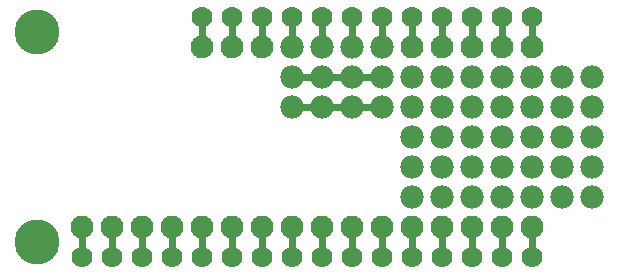
<source format=gtl>
G04 MADE WITH FRITZING*
G04 WWW.FRITZING.ORG*
G04 DOUBLE SIDED*
G04 HOLES PLATED*
G04 CONTOUR ON CENTER OF CONTOUR VECTOR*
%ASAXBY*%
%FSLAX23Y23*%
%MOIN*%
%OFA0B0*%
%SFA1.0B1.0*%
%ADD10C,0.076000*%
%ADD11C,0.070000*%
%ADD12C,0.150000*%
%ADD13C,0.078000*%
%ADD14C,0.024000*%
%ADD15R,0.001000X0.001000*%
%LNCOPPER1*%
G90*
G70*
G54D10*
X649Y752D03*
G54D11*
X649Y852D03*
G54D12*
X99Y102D03*
G54D11*
X849Y852D03*
G54D12*
X99Y802D03*
G54D11*
X1049Y852D03*
X749Y852D03*
X1249Y852D03*
X949Y852D03*
X1449Y852D03*
X1149Y852D03*
X1649Y852D03*
X1349Y852D03*
X1749Y52D03*
X1549Y852D03*
X1549Y52D03*
X1749Y852D03*
X1349Y52D03*
X1649Y52D03*
X1149Y52D03*
X1449Y52D03*
X949Y52D03*
X1249Y52D03*
X749Y52D03*
X1049Y52D03*
X549Y52D03*
X849Y52D03*
X349Y52D03*
X649Y52D03*
G54D10*
X249Y152D03*
G54D11*
X449Y52D03*
G54D10*
X449Y152D03*
G54D11*
X249Y52D03*
G54D10*
X649Y152D03*
X349Y152D03*
X849Y152D03*
X549Y152D03*
X1049Y152D03*
X749Y152D03*
X1249Y152D03*
X949Y152D03*
X1449Y152D03*
X1149Y152D03*
X1649Y152D03*
X1349Y152D03*
X1749Y752D03*
X1549Y152D03*
X1549Y752D03*
X1749Y152D03*
X1349Y752D03*
X1649Y752D03*
X1149Y752D03*
X1449Y752D03*
X949Y752D03*
X1249Y752D03*
X749Y752D03*
X1049Y752D03*
X849Y752D03*
G54D13*
X1049Y753D03*
X1049Y653D03*
X1049Y553D03*
X949Y753D03*
X949Y653D03*
X949Y553D03*
X1149Y753D03*
X1149Y653D03*
X1149Y553D03*
X1249Y753D03*
X1249Y653D03*
X1249Y553D03*
X1949Y653D03*
X1949Y553D03*
X1949Y453D03*
X1949Y353D03*
X1949Y253D03*
X1849Y653D03*
X1849Y553D03*
X1849Y453D03*
X1849Y353D03*
X1849Y253D03*
X1749Y653D03*
X1749Y553D03*
X1749Y453D03*
X1749Y353D03*
X1749Y253D03*
X1649Y653D03*
X1649Y553D03*
X1649Y453D03*
X1649Y353D03*
X1649Y253D03*
X1549Y653D03*
X1549Y553D03*
X1549Y453D03*
X1549Y353D03*
X1549Y253D03*
X1449Y653D03*
X1449Y553D03*
X1449Y453D03*
X1449Y353D03*
X1449Y253D03*
X1349Y653D03*
X1349Y553D03*
X1349Y453D03*
X1349Y353D03*
X1349Y253D03*
G54D14*
X1149Y821D02*
X1149Y783D01*
D02*
X1049Y821D02*
X1049Y783D01*
D02*
X949Y821D02*
X949Y783D01*
D02*
X849Y821D02*
X849Y783D01*
D02*
X449Y83D02*
X449Y121D01*
D02*
X549Y83D02*
X549Y121D01*
D02*
X1749Y821D02*
X1749Y783D01*
D02*
X1649Y821D02*
X1649Y783D01*
D02*
X1549Y821D02*
X1549Y783D01*
D02*
X1449Y821D02*
X1449Y783D01*
D02*
X1349Y821D02*
X1349Y783D01*
D02*
X749Y821D02*
X749Y783D01*
D02*
X649Y821D02*
X649Y783D01*
D02*
X1249Y821D02*
X1249Y784D01*
D02*
X1349Y83D02*
X1349Y121D01*
D02*
X1249Y83D02*
X1249Y121D01*
D02*
X1149Y83D02*
X1149Y121D01*
D02*
X1049Y83D02*
X1049Y121D01*
D02*
X949Y83D02*
X949Y121D01*
D02*
X849Y83D02*
X849Y121D01*
D02*
X749Y83D02*
X749Y121D01*
D02*
X649Y83D02*
X649Y121D01*
D02*
X249Y83D02*
X249Y121D01*
D02*
X349Y83D02*
X349Y121D01*
D02*
X1749Y83D02*
X1749Y121D01*
D02*
X1649Y83D02*
X1649Y121D01*
D02*
X1549Y83D02*
X1549Y121D01*
D02*
X1449Y83D02*
X1449Y121D01*
D02*
X979Y653D02*
X1018Y653D01*
D02*
X1118Y653D02*
X1079Y653D01*
D02*
X1218Y653D02*
X1179Y653D01*
D02*
X1118Y553D02*
X1079Y553D01*
D02*
X1218Y553D02*
X1179Y553D01*
D02*
X1018Y553D02*
X979Y553D01*
G54D15*
D02*
G04 End of Copper1*
M02*
</source>
